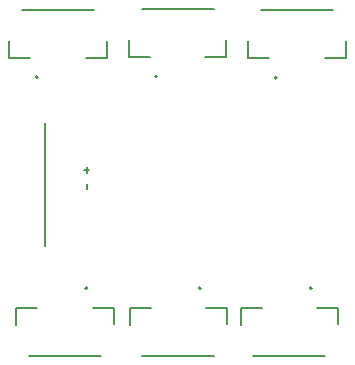
<source format=gbo>
G04*
G04 #@! TF.GenerationSoftware,Altium Limited,Altium Designer,19.1.8 (144)*
G04*
G04 Layer_Color=32896*
%FSLAX44Y44*%
%MOMM*%
G71*
G01*
G75*
%ADD10C,0.2000*%
%ADD11C,0.1270*%
%ADD13C,0.1700*%
D10*
X1518000Y2635750D02*
G03*
X1518000Y2635750I-1000J0D01*
G01*
X1481250Y2815000D02*
G03*
X1481250Y2815000I-1000J0D01*
G01*
X1380000Y2814250D02*
G03*
X1380000Y2814250I-1000J0D01*
G01*
X1582250Y2814000D02*
G03*
X1582250Y2814000I-1000J0D01*
G01*
X1612000Y2635750D02*
G03*
X1612000Y2635750I-1000J0D01*
G01*
X1422000D02*
G03*
X1422000Y2635750I-1000J0D01*
G01*
X1386000Y2671750D02*
Y2776000D01*
D11*
X1468500Y2578750D02*
X1529400D01*
X1457750Y2619250D02*
X1475400D01*
X1457750Y2604950D02*
Y2619250D01*
X1522600D02*
X1540250D01*
Y2605050D02*
Y2619250D01*
X1467850Y2872000D02*
X1528750D01*
X1521850Y2831500D02*
X1539500D01*
Y2845800D01*
X1457000Y2831500D02*
X1474650D01*
X1457000D02*
Y2845700D01*
X1366600Y2871250D02*
X1427500D01*
X1420600Y2830750D02*
X1438250D01*
Y2845050D01*
X1355750Y2830750D02*
X1373400D01*
X1355750D02*
Y2844950D01*
X1568850Y2871000D02*
X1629750D01*
X1622850Y2830500D02*
X1640500D01*
Y2844800D01*
X1558000Y2830500D02*
X1575650D01*
X1558000D02*
Y2844700D01*
X1562500Y2578750D02*
X1623400D01*
X1551750Y2619250D02*
X1569400D01*
X1551750Y2604950D02*
Y2619250D01*
X1616600D02*
X1634250D01*
Y2605050D02*
Y2619250D01*
X1372500Y2578750D02*
X1433400D01*
X1361750Y2619250D02*
X1379400D01*
X1361750Y2604950D02*
Y2619250D01*
X1426600D02*
X1444250D01*
Y2605050D02*
Y2619250D01*
D13*
X1421301Y2738050D02*
Y2733385D01*
X1418969Y2735717D02*
X1423634D01*
X1421301Y2724055D02*
Y2719389D01*
M02*

</source>
